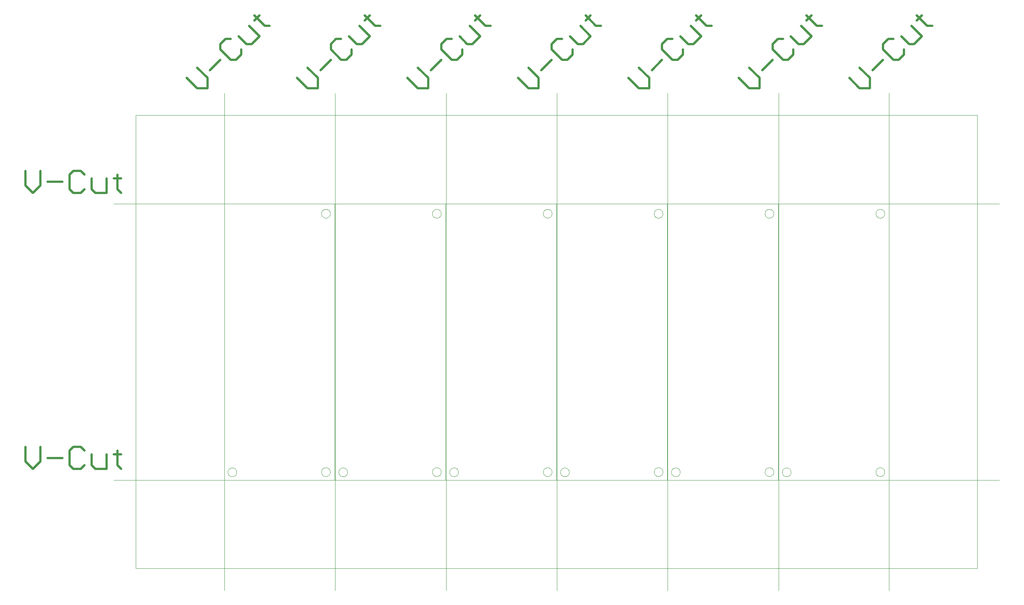
<source format=gko>
G04*
G04 #@! TF.GenerationSoftware,Altium Limited,Altium Designer,18.0.12 (696)*
G04*
G04 Layer_Color=16711935*
%FSLAX44Y44*%
%MOMM*%
G71*
G01*
G75*
%ADD29C,0.5000*%
%ADD36C,0.1000*%
%ADD58C,0.0100*%
D29*
X1614656Y1110344D02*
X1638219Y1086781D01*
X1661781D01*
Y1110344D01*
X1638219Y1133906D01*
X1667672Y1128016D02*
X1691235Y1151579D01*
X1714797Y1198704D02*
X1703016D01*
X1691235Y1186922D01*
Y1175141D01*
X1714797Y1151579D01*
X1726579D01*
X1738360Y1163360D01*
Y1175141D01*
X1732469Y1204594D02*
X1750141Y1186922D01*
X1761922D01*
X1779594Y1204594D01*
X1756032Y1228157D01*
X1767813Y1251720D02*
X1773704Y1245829D01*
X1767813Y1239938D01*
X1779594Y1251720D01*
X1773704Y1245829D01*
X1791376Y1228157D01*
X1803157D01*
X1364656Y1110344D02*
X1388219Y1086781D01*
X1411781D01*
Y1110344D01*
X1388219Y1133906D01*
X1417672Y1128016D02*
X1441235Y1151579D01*
X1464797Y1198704D02*
X1453016D01*
X1441235Y1186922D01*
Y1175141D01*
X1464797Y1151579D01*
X1476579D01*
X1488360Y1163360D01*
Y1175141D01*
X1482469Y1204594D02*
X1500141Y1186922D01*
X1511922D01*
X1529594Y1204594D01*
X1506032Y1228157D01*
X1517813Y1251720D02*
X1523704Y1245829D01*
X1517813Y1239938D01*
X1529594Y1251720D01*
X1523704Y1245829D01*
X1541376Y1228157D01*
X1553157D01*
X1114656Y1110344D02*
X1138219Y1086781D01*
X1161781D01*
Y1110344D01*
X1138219Y1133906D01*
X1167672Y1128016D02*
X1191235Y1151579D01*
X1214797Y1198704D02*
X1203016D01*
X1191235Y1186922D01*
Y1175141D01*
X1214797Y1151579D01*
X1226579D01*
X1238360Y1163360D01*
Y1175141D01*
X1232469Y1204594D02*
X1250141Y1186922D01*
X1261922D01*
X1279594Y1204594D01*
X1256032Y1228157D01*
X1267813Y1251720D02*
X1273704Y1245829D01*
X1267813Y1239938D01*
X1279594Y1251720D01*
X1273704Y1245829D01*
X1291376Y1228157D01*
X1303157D01*
X864656Y1110344D02*
X888219Y1086781D01*
X911781D01*
Y1110344D01*
X888219Y1133906D01*
X917672Y1128016D02*
X941235Y1151579D01*
X964797Y1198704D02*
X953016D01*
X941235Y1186922D01*
Y1175141D01*
X964797Y1151579D01*
X976579D01*
X988360Y1163360D01*
Y1175141D01*
X982469Y1204594D02*
X1000141Y1186922D01*
X1011922D01*
X1029594Y1204594D01*
X1006032Y1228157D01*
X1017813Y1251720D02*
X1023704Y1245829D01*
X1017813Y1239938D01*
X1029594Y1251720D01*
X1023704Y1245829D01*
X1041376Y1228157D01*
X1053157D01*
X614656Y1110344D02*
X638219Y1086781D01*
X661781D01*
Y1110344D01*
X638219Y1133906D01*
X667672Y1128016D02*
X691235Y1151579D01*
X714797Y1198704D02*
X703016D01*
X691235Y1186922D01*
Y1175141D01*
X714797Y1151579D01*
X726579D01*
X738360Y1163360D01*
Y1175141D01*
X732469Y1204594D02*
X750141Y1186922D01*
X761922D01*
X779594Y1204594D01*
X756032Y1228157D01*
X767813Y1251720D02*
X773704Y1245829D01*
X767813Y1239938D01*
X779594Y1251720D01*
X773704Y1245829D01*
X791376Y1228157D01*
X803157D01*
X364656Y1110344D02*
X388219Y1086781D01*
X411781D01*
Y1110344D01*
X388219Y1133906D01*
X417672Y1128016D02*
X441235Y1151579D01*
X464797Y1198704D02*
X453016D01*
X441235Y1186922D01*
Y1175141D01*
X464797Y1151579D01*
X476578D01*
X488360Y1163360D01*
Y1175141D01*
X482469Y1204594D02*
X500141Y1186922D01*
X511922D01*
X529594Y1204594D01*
X506032Y1228157D01*
X517813Y1251720D02*
X523704Y1245829D01*
X517813Y1239938D01*
X529594Y1251720D01*
X523704Y1245829D01*
X541376Y1228157D01*
X553157D01*
X114656Y1110344D02*
X138219Y1086781D01*
X161781D01*
Y1110344D01*
X138219Y1133906D01*
X167672Y1128016D02*
X191235Y1151579D01*
X214797Y1198704D02*
X203016D01*
X191235Y1186922D01*
Y1175141D01*
X214797Y1151579D01*
X226579D01*
X238360Y1163360D01*
Y1175141D01*
X232469Y1204594D02*
X250141Y1186922D01*
X261922D01*
X279594Y1204594D01*
X256032Y1228157D01*
X267813Y1251720D02*
X273704Y1245829D01*
X267813Y1239938D01*
X279594Y1251720D01*
X273704Y1245829D01*
X291376Y1228157D01*
X303157D01*
X-250000Y274984D02*
Y241661D01*
X-233339Y225000D01*
X-216677Y241661D01*
Y274984D01*
X-200016Y249992D02*
X-166694D01*
X-116710Y266653D02*
X-125040Y274984D01*
X-141702D01*
X-150032Y266653D01*
Y233331D01*
X-141702Y225000D01*
X-125040D01*
X-116710Y233331D01*
X-100049Y258323D02*
Y233331D01*
X-91718Y225000D01*
X-66726D01*
Y258323D01*
X-41734Y266653D02*
Y258323D01*
X-50065D01*
X-33403D01*
X-41734D01*
Y233331D01*
X-33403Y225000D01*
X-250000Y899984D02*
Y866661D01*
X-233339Y850000D01*
X-216677Y866661D01*
Y899984D01*
X-200016Y874992D02*
X-166694D01*
X-116710Y891653D02*
X-125040Y899984D01*
X-141702D01*
X-150032Y891653D01*
Y858331D01*
X-141702Y850000D01*
X-125040D01*
X-116710Y858331D01*
X-100049Y883323D02*
Y858331D01*
X-91718Y850000D01*
X-66726D01*
Y883323D01*
X-41734Y891653D02*
Y883323D01*
X-50065D01*
X-33403D01*
X-41734D01*
Y858331D01*
X-33403Y850000D01*
D36*
X1705000Y-50000D02*
Y1076000D01*
X1455000Y-50000D02*
Y1076000D01*
X1204000Y-50000D02*
Y1076000D01*
X953000Y-50000D02*
Y1076000D01*
X702000Y-50000D02*
Y1076000D01*
X450500Y-50000D02*
Y1075000D01*
X200000Y-50000D02*
Y1076000D01*
X-50000Y200000D02*
X1955000D01*
X-50000Y825500D02*
X1955000D01*
X1905000Y0D02*
Y1026000D01*
X0Y0D02*
X1905000D01*
X0Y1026000D02*
X1905000D01*
X0Y0D02*
Y1026000D01*
X200000Y200000D02*
Y825500D01*
X450000D01*
Y200000D02*
Y825500D01*
X200000Y200000D02*
X450000D01*
X451000D02*
Y825500D01*
X701000D01*
Y200000D02*
Y825500D01*
X451000Y200000D02*
X701000D01*
X702000D02*
Y825500D01*
X952000D01*
Y200000D02*
Y825500D01*
X702000Y200000D02*
X952000D01*
X953000D02*
Y825500D01*
X1203000D01*
Y200000D02*
Y825500D01*
X953000Y200000D02*
X1203000D01*
X1204000D02*
Y825500D01*
X1454000D01*
Y200000D02*
Y825500D01*
X1204000Y200000D02*
X1454000D01*
X1455000D02*
Y825500D01*
X1705000D01*
Y200000D02*
Y825500D01*
X1455000Y200000D02*
X1705000D01*
D58*
X228250Y217250D02*
G03*
X228250Y217250I-10000J0D01*
G01*
X440250Y217750D02*
G03*
X440250Y217750I-10000J0D01*
G01*
Y802750D02*
G03*
X440250Y802750I-10000J0D01*
G01*
X479250Y217250D02*
G03*
X479250Y217250I-10000J0D01*
G01*
X691250Y217750D02*
G03*
X691250Y217750I-10000J0D01*
G01*
Y802750D02*
G03*
X691250Y802750I-10000J0D01*
G01*
X730250Y217250D02*
G03*
X730250Y217250I-10000J0D01*
G01*
X942250Y217750D02*
G03*
X942250Y217750I-10000J0D01*
G01*
Y802750D02*
G03*
X942250Y802750I-10000J0D01*
G01*
X981250Y217250D02*
G03*
X981250Y217250I-10000J0D01*
G01*
X1193250Y217750D02*
G03*
X1193250Y217750I-10000J0D01*
G01*
Y802750D02*
G03*
X1193250Y802750I-10000J0D01*
G01*
X1232250Y217250D02*
G03*
X1232250Y217250I-10000J0D01*
G01*
X1444250Y217750D02*
G03*
X1444250Y217750I-10000J0D01*
G01*
Y802750D02*
G03*
X1444250Y802750I-10000J0D01*
G01*
X1483250Y217250D02*
G03*
X1483250Y217250I-10000J0D01*
G01*
X1695250Y217750D02*
G03*
X1695250Y217750I-10000J0D01*
G01*
Y802750D02*
G03*
X1695250Y802750I-10000J0D01*
G01*
M02*

</source>
